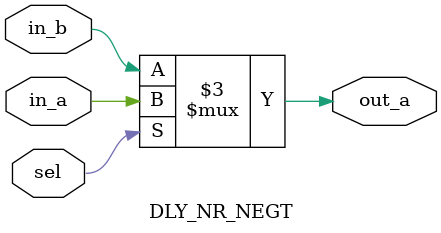
<source format=v>
module DLY_NR_NEGT (in_a, in_b, sel, out_a);
   input in_a, in_b, sel;
   output reg out_a;

   always @(in_a or in_b or sel)
   begin
      if (sel)
      out_a = #10 in_a;
      else
      out_a = #(-10) in_b;
   end
endmodule


</source>
